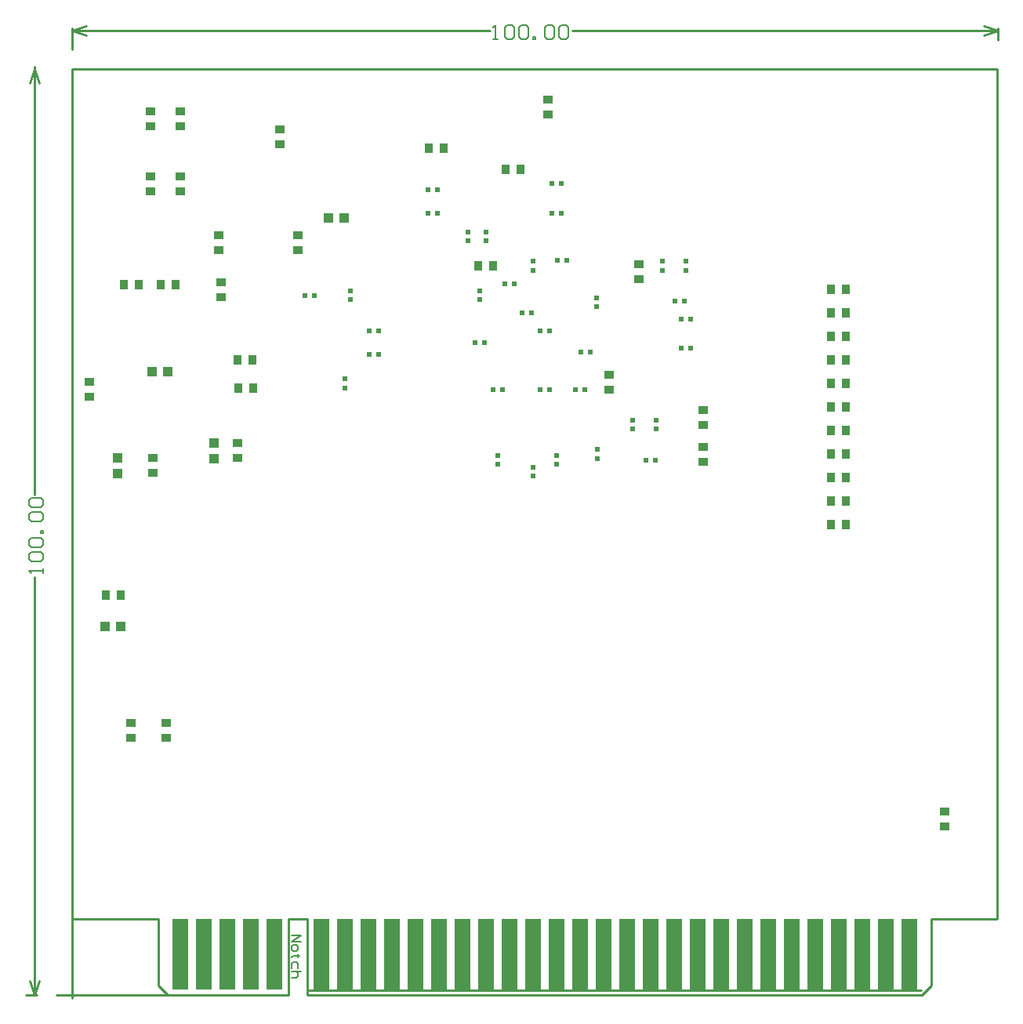
<source format=gbp>
G04*
G04 #@! TF.GenerationSoftware,Altium Limited,CircuitStudio,1.5.2 (30)*
G04*
G04 Layer_Color=16770453*
%FSLAX25Y25*%
%MOIN*%
G70*
G01*
G75*
%ADD10R,0.02362X0.02362*%
%ADD11R,0.06500X0.30000*%
%ADD12R,0.03740X0.03937*%
%ADD20R,0.03937X0.03740*%
%ADD38C,0.01000*%
%ADD45C,0.00800*%
%ADD46C,0.00600*%
%ADD68R,0.03937X0.03937*%
%ADD69R,0.03937X0.03937*%
%ADD70R,0.02362X0.02362*%
D10*
X500531Y1425000D02*
D03*
X504468D02*
D03*
X460531Y1467500D02*
D03*
X464468D02*
D03*
X569468Y1430000D02*
D03*
X565531D02*
D03*
X513031Y1467500D02*
D03*
X516968D02*
D03*
X513031Y1480000D02*
D03*
X516968D02*
D03*
X571969Y1422500D02*
D03*
X568032D02*
D03*
X460531Y1477500D02*
D03*
X464468D02*
D03*
X571969Y1410000D02*
D03*
X568032D02*
D03*
X553031Y1362500D02*
D03*
X556968D02*
D03*
X496969Y1437500D02*
D03*
X493032D02*
D03*
X519468Y1447500D02*
D03*
X515531D02*
D03*
X525531Y1408500D02*
D03*
X529468D02*
D03*
X488031Y1392500D02*
D03*
X491968D02*
D03*
X508031D02*
D03*
X511969D02*
D03*
X484469Y1412500D02*
D03*
X480532D02*
D03*
X508031Y1417500D02*
D03*
X511969D02*
D03*
X523031Y1392500D02*
D03*
X526968D02*
D03*
X435531Y1417500D02*
D03*
X439468D02*
D03*
X435531Y1407500D02*
D03*
X439468D02*
D03*
X408031Y1432500D02*
D03*
X411969D02*
D03*
D11*
X625000Y1152500D02*
D03*
X615000D02*
D03*
X605000D02*
D03*
X595000D02*
D03*
X585000D02*
D03*
X575000D02*
D03*
X565000D02*
D03*
X555000D02*
D03*
X545000D02*
D03*
X535000D02*
D03*
X525000D02*
D03*
X515000D02*
D03*
X505000D02*
D03*
X495000D02*
D03*
X485000D02*
D03*
X475000D02*
D03*
X465000D02*
D03*
X455000D02*
D03*
X445000D02*
D03*
X435000D02*
D03*
X425000D02*
D03*
X415000D02*
D03*
X385000D02*
D03*
X375000D02*
D03*
X365000D02*
D03*
X355000D02*
D03*
X635000D02*
D03*
X645000D02*
D03*
X655000D02*
D03*
X665000D02*
D03*
X395000D02*
D03*
D12*
X329587Y1305000D02*
D03*
X323287D02*
D03*
X467087Y1495000D02*
D03*
X460787D02*
D03*
X638150Y1355000D02*
D03*
X631850D02*
D03*
X638150Y1385000D02*
D03*
X631850D02*
D03*
X638150Y1415000D02*
D03*
X631850D02*
D03*
X638150Y1435000D02*
D03*
X631850D02*
D03*
X638150Y1425000D02*
D03*
X631850D02*
D03*
X638150Y1405000D02*
D03*
X631850D02*
D03*
X638150Y1395000D02*
D03*
X631850D02*
D03*
X638150Y1375000D02*
D03*
X631850D02*
D03*
X638150Y1365000D02*
D03*
X631850D02*
D03*
X638150Y1335000D02*
D03*
X631850D02*
D03*
X638150Y1345000D02*
D03*
X631850D02*
D03*
X481850Y1445000D02*
D03*
X488150D02*
D03*
X499587Y1486000D02*
D03*
X493287D02*
D03*
X379468Y1405000D02*
D03*
X385768D02*
D03*
X386087Y1393000D02*
D03*
X379787D02*
D03*
X353150Y1437000D02*
D03*
X346850D02*
D03*
X337382D02*
D03*
X331083D02*
D03*
D20*
X348937Y1250650D02*
D03*
Y1244350D02*
D03*
X333937D02*
D03*
Y1250650D02*
D03*
X343437Y1356913D02*
D03*
Y1363213D02*
D03*
X511437Y1509350D02*
D03*
Y1515650D02*
D03*
X680000Y1206850D02*
D03*
Y1213150D02*
D03*
X550000Y1445650D02*
D03*
Y1439350D02*
D03*
X372500Y1431850D02*
D03*
Y1438150D02*
D03*
X371500Y1451850D02*
D03*
Y1458150D02*
D03*
X379500Y1369650D02*
D03*
Y1363350D02*
D03*
X405000Y1451850D02*
D03*
Y1458150D02*
D03*
X537500Y1392500D02*
D03*
Y1398799D02*
D03*
X355000Y1483150D02*
D03*
Y1476850D02*
D03*
X342500Y1483150D02*
D03*
Y1476850D02*
D03*
X355000Y1504350D02*
D03*
Y1510650D02*
D03*
X342500Y1504350D02*
D03*
Y1510650D02*
D03*
X397500Y1496850D02*
D03*
Y1503150D02*
D03*
X577500Y1383650D02*
D03*
Y1377350D02*
D03*
Y1368150D02*
D03*
Y1361850D02*
D03*
X316437Y1395650D02*
D03*
Y1389350D02*
D03*
D38*
X308937Y1537126D02*
Y1546000D01*
X702638Y1541063D02*
Y1546000D01*
X308937Y1545000D02*
X486592D01*
X521782D02*
X702638D01*
X308937D02*
X314937Y1543000D01*
X308937Y1545000D02*
X314937Y1547000D01*
X696638D02*
X702638Y1545000D01*
X696638Y1543000D02*
X702638Y1545000D01*
X293189Y1527701D02*
Y1529701D01*
X289252Y1135000D02*
X294189D01*
X293189Y1347845D02*
Y1528701D01*
Y1135000D02*
Y1312656D01*
X291189Y1522701D02*
X293189Y1528701D01*
X295189Y1522701D01*
X293189Y1135000D02*
X295189Y1141000D01*
X291189D02*
X293189Y1135000D01*
X409000Y1137000D02*
X670000D01*
X409000D02*
Y1167500D01*
X350000Y1135000D02*
X401000D01*
Y1137000D02*
Y1167500D01*
X409000D01*
X302500Y1135000D02*
X349700D01*
X308937Y1133563D02*
Y1167500D01*
X345700Y1139000D02*
X349700Y1135000D01*
X670300D02*
X674300Y1139000D01*
X345700D02*
Y1167500D01*
X308937D02*
X345700D01*
X674300Y1139000D02*
Y1167500D01*
X702500D01*
X308937D02*
Y1528701D01*
X702500D01*
Y1167500D02*
Y1528701D01*
X401000Y1135000D02*
Y1167500D01*
X409000Y1135000D02*
Y1167500D01*
X349700Y1135000D02*
X401000D01*
X409000D02*
X670300D01*
X401000Y1167500D02*
X409000D01*
D45*
X402500Y1160500D02*
X406499D01*
X402500Y1157834D01*
X406499D01*
X402500Y1155835D02*
Y1154502D01*
X403166Y1153835D01*
X404499D01*
X405166Y1154502D01*
Y1155835D01*
X404499Y1156501D01*
X403166D01*
X402500Y1155835D01*
X405832Y1151836D02*
X405166D01*
Y1152503D01*
Y1151170D01*
Y1151836D01*
X403166D01*
X402500Y1151170D01*
X405166Y1146504D02*
Y1148504D01*
X404499Y1149170D01*
X403166D01*
X402500Y1148504D01*
Y1146504D01*
X406499Y1145172D02*
X402500D01*
X404499D01*
X405166Y1144505D01*
Y1143172D01*
X404499Y1142506D01*
X402500D01*
D46*
X488193Y1541401D02*
X490192D01*
X489192D01*
Y1547399D01*
X488193Y1546399D01*
X493191D02*
X494191Y1547399D01*
X496190D01*
X497190Y1546399D01*
Y1542401D01*
X496190Y1541401D01*
X494191D01*
X493191Y1542401D01*
Y1546399D01*
X499189D02*
X500189Y1547399D01*
X502188D01*
X503188Y1546399D01*
Y1542401D01*
X502188Y1541401D01*
X500189D01*
X499189Y1542401D01*
Y1546399D01*
X505187Y1541401D02*
Y1542401D01*
X506187D01*
Y1541401D01*
X505187D01*
X510185Y1546399D02*
X511185Y1547399D01*
X513184D01*
X514184Y1546399D01*
Y1542401D01*
X513184Y1541401D01*
X511185D01*
X510185Y1542401D01*
Y1546399D01*
X516184D02*
X517183Y1547399D01*
X519182D01*
X520182Y1546399D01*
Y1542401D01*
X519182Y1541401D01*
X517183D01*
X516184Y1542401D01*
Y1546399D01*
X296788Y1314256D02*
Y1316255D01*
Y1315255D01*
X290790D01*
X291790Y1314256D01*
Y1319254D02*
X290790Y1320254D01*
Y1322253D01*
X291790Y1323253D01*
X295788D01*
X296788Y1322253D01*
Y1320254D01*
X295788Y1319254D01*
X291790D01*
Y1325252D02*
X290790Y1326252D01*
Y1328251D01*
X291790Y1329251D01*
X295788D01*
X296788Y1328251D01*
Y1326252D01*
X295788Y1325252D01*
X291790D01*
X296788Y1331250D02*
X295788D01*
Y1332250D01*
X296788D01*
Y1331250D01*
X291790Y1336248D02*
X290790Y1337248D01*
Y1339247D01*
X291790Y1340247D01*
X295788D01*
X296788Y1339247D01*
Y1337248D01*
X295788Y1336248D01*
X291790D01*
Y1342247D02*
X290790Y1343246D01*
Y1345245D01*
X291790Y1346245D01*
X295788D01*
X296788Y1345245D01*
Y1343246D01*
X295788Y1342247D01*
X291790D01*
D68*
X329783Y1291850D02*
D03*
X323091D02*
D03*
X349783Y1400000D02*
D03*
X343091D02*
D03*
X418153Y1465500D02*
D03*
X424846D02*
D03*
D69*
X328437Y1356717D02*
D03*
Y1363409D02*
D03*
X369500Y1369846D02*
D03*
Y1363153D02*
D03*
D70*
X485000Y1459468D02*
D03*
Y1455532D02*
D03*
X477500Y1459468D02*
D03*
Y1455532D02*
D03*
X547500Y1375531D02*
D03*
Y1379468D02*
D03*
X570000Y1443031D02*
D03*
Y1446968D02*
D03*
X560000Y1443031D02*
D03*
Y1446968D02*
D03*
X490000Y1360531D02*
D03*
Y1364468D02*
D03*
X515000Y1360531D02*
D03*
Y1364468D02*
D03*
X505000Y1355531D02*
D03*
Y1359468D02*
D03*
X532500Y1363031D02*
D03*
Y1366968D02*
D03*
X505000Y1443031D02*
D03*
Y1446968D02*
D03*
X532000Y1427531D02*
D03*
Y1431468D02*
D03*
X482500Y1434468D02*
D03*
Y1430532D02*
D03*
X427500Y1430531D02*
D03*
Y1434468D02*
D03*
X425000Y1396968D02*
D03*
Y1393032D02*
D03*
X557500Y1379468D02*
D03*
Y1375531D02*
D03*
M02*

</source>
